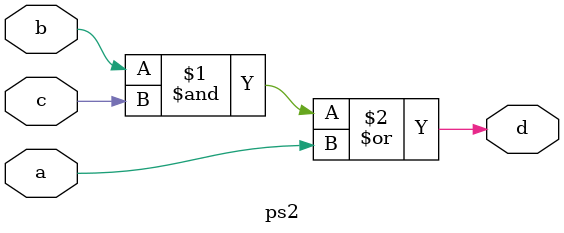
<source format=v>
`timescale 1ns / 1ps


module ps2(
    input a,
    input b,
    input c,
    output d
    );
    assign d=(b&c)|a;
    
endmodule

</source>
